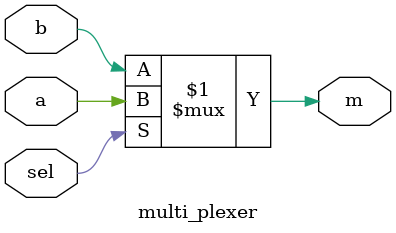
<source format=v>
module multi_plexer(input  a,b,sel,output m);
assign m=sel?a:b;
endmodule 
</source>
